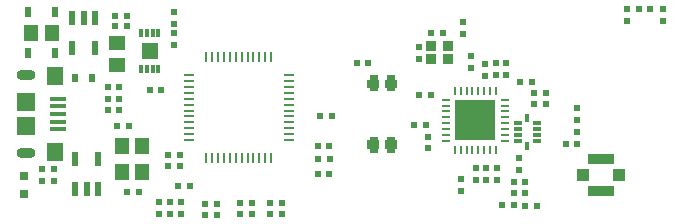
<source format=gtp>
G04 #@! TF.FileFunction,Paste,Top*
%FSLAX46Y46*%
G04 Gerber Fmt 4.6, Leading zero omitted, Abs format (unit mm)*
G04 Created by KiCad (PCBNEW 4.0.7+dfsg1-1) date Sun Jan 28 21:58:49 2018*
%MOMM*%
%LPD*%
G01*
G04 APERTURE LIST*
%ADD10C,0.100000*%
%ADD11R,0.600000X0.600000*%
%ADD12R,0.950000X0.850000*%
%ADD13R,0.800000X0.284600*%
%ADD14R,0.284600X0.800000*%
%ADD15R,3.450000X3.450000*%
%ADD16O,0.250000X1.000000*%
%ADD17O,1.000000X0.250000*%
%ADD18R,1.193800X1.397000*%
%ADD19R,0.550000X1.200000*%
%ADD20R,0.600000X0.800000*%
%ADD21R,0.630000X0.830000*%
%ADD22R,1.150000X1.450000*%
%ADD23R,1.450000X1.150000*%
%ADD24R,0.800000X0.300000*%
%ADD25R,0.300000X0.800000*%
%ADD26R,0.800000X0.800000*%
%ADD27R,2.200000X0.850000*%
%ADD28R,1.050000X1.000000*%
%ADD29R,0.800000X1.400000*%
%ADD30R,1.460000X1.360000*%
%ADD31R,0.300000X0.750000*%
%ADD32R,1.350000X0.400000*%
%ADD33R,1.550000X1.500000*%
%ADD34O,1.600000X0.900000*%
%ADD35R,1.400000X1.600000*%
G04 APERTURE END LIST*
D10*
G36*
X154010500Y-104087000D02*
X154010500Y-105387000D01*
X155310500Y-105387000D01*
X155310500Y-104087000D01*
X154010500Y-104087000D01*
G37*
G36*
X154010500Y-105687000D02*
X154010500Y-106987000D01*
X155310500Y-106987000D01*
X155310500Y-105687000D01*
X154010500Y-105687000D01*
G37*
G36*
X152410500Y-104087000D02*
X152410500Y-105387000D01*
X153710500Y-105387000D01*
X153710500Y-104087000D01*
X152410500Y-104087000D01*
G37*
G36*
X152410500Y-105687000D02*
X152410500Y-106987000D01*
X153710500Y-106987000D01*
X153710500Y-105687000D01*
X152410500Y-105687000D01*
G37*
G36*
X146211100Y-102083600D02*
X146211100Y-102783600D01*
X147211100Y-102783600D01*
X147211100Y-102083600D01*
X146211100Y-102083600D01*
G37*
G36*
X144711100Y-102083600D02*
X144711100Y-102783600D01*
X145711100Y-102783600D01*
X145711100Y-102083600D01*
X144711100Y-102083600D01*
G37*
G36*
X144711100Y-107223600D02*
X144711100Y-107923600D01*
X145711100Y-107923600D01*
X145711100Y-107223600D01*
X144711100Y-107223600D01*
G37*
G36*
X146211100Y-107223600D02*
X146211100Y-107923600D01*
X147211100Y-107923600D01*
X147211100Y-107223600D01*
X146211100Y-107223600D01*
G37*
D11*
X149821900Y-106916600D03*
X149821900Y-107916600D03*
X149663100Y-105941800D03*
X148663100Y-105941800D03*
X152615900Y-110498000D03*
X152615900Y-111498000D03*
X150118700Y-103378000D03*
X149118700Y-103378000D03*
X154774900Y-110583600D03*
X154774900Y-109583600D03*
X157627700Y-102311200D03*
X158627700Y-102311200D03*
X158846900Y-103225600D03*
X159846900Y-103225600D03*
X158846900Y-104165400D03*
X159846900Y-104165400D03*
X153911300Y-109558200D03*
X153911300Y-110558200D03*
X155689300Y-109558200D03*
X155689300Y-110558200D03*
X157594300Y-108720000D03*
X157594300Y-109720000D03*
X157111700Y-111726600D03*
X157111700Y-110726600D03*
X158026100Y-110726600D03*
X158026100Y-111726600D03*
X158059500Y-112750600D03*
X159059500Y-112750600D03*
X157103700Y-112725200D03*
X156103700Y-112725200D03*
D12*
X150112900Y-99221600D03*
X151562900Y-99221600D03*
X151562900Y-100371600D03*
X150112900Y-100371600D03*
D11*
X149085300Y-100347400D03*
X149085300Y-99347400D03*
X151083900Y-98171000D03*
X150083900Y-98171000D03*
D13*
X151385500Y-103787000D03*
X151385500Y-104287000D03*
X151385500Y-104787000D03*
X151385500Y-105287000D03*
X151385500Y-105787000D03*
X151385500Y-106287000D03*
X151385500Y-106787000D03*
X151385500Y-107287000D03*
D14*
X152110500Y-108012000D03*
X152610500Y-108012000D03*
X153110500Y-108012000D03*
X153610500Y-108012000D03*
X154110500Y-108012000D03*
X154610500Y-108012000D03*
X155110500Y-108012000D03*
X155610500Y-108012000D03*
D13*
X156335500Y-107287000D03*
X156335500Y-106787000D03*
X156335500Y-106287000D03*
X156335500Y-105787000D03*
X156335500Y-105287000D03*
X156335500Y-104787000D03*
X156335500Y-104287000D03*
X156335500Y-103787000D03*
D14*
X155610500Y-103062000D03*
X155110500Y-103062000D03*
X154610500Y-103062000D03*
X154110500Y-103062000D03*
X153610500Y-103062000D03*
X153110500Y-103062000D03*
X152610500Y-103062000D03*
X152110500Y-103062000D03*
D15*
X153860500Y-105537000D03*
D11*
X156476700Y-101719000D03*
X156476700Y-100719000D03*
X153479500Y-101109400D03*
X153479500Y-100109400D03*
X154698700Y-101744400D03*
X154698700Y-100744400D03*
X155613100Y-101719000D03*
X155613100Y-100719000D03*
X152844500Y-98213800D03*
X152844500Y-97213800D03*
D16*
X131073894Y-108708853D03*
X131573894Y-108708853D03*
X132073894Y-108708853D03*
X132573894Y-108708853D03*
X133073894Y-108708853D03*
X133573894Y-108708853D03*
X134073894Y-108708853D03*
X134573894Y-108708853D03*
X135073894Y-108708853D03*
X135573894Y-108708853D03*
X136073894Y-108708853D03*
X136573894Y-108708853D03*
D17*
X138073894Y-107208853D03*
X138073894Y-106708853D03*
X138073894Y-106208853D03*
X138073894Y-105708853D03*
X138073894Y-105208853D03*
X138073894Y-104708853D03*
X138073894Y-104208853D03*
X138073894Y-103708853D03*
X138073894Y-103208853D03*
X138073894Y-102708853D03*
X138073894Y-102208853D03*
X138073894Y-101708853D03*
D16*
X136573894Y-100208853D03*
X136073894Y-100208853D03*
X135573894Y-100208853D03*
X135073894Y-100208853D03*
X134573894Y-100208853D03*
X134073894Y-100208853D03*
X133573894Y-100208853D03*
X133073894Y-100208853D03*
X132573894Y-100208853D03*
X132073894Y-100208853D03*
X131573894Y-100208853D03*
X131073894Y-100208853D03*
D17*
X129573894Y-101708853D03*
X129573894Y-102208853D03*
X129573894Y-102708853D03*
X129573894Y-103208853D03*
X129573894Y-103708853D03*
X129573894Y-104208853D03*
X129573894Y-104708853D03*
X129573894Y-105208853D03*
X129573894Y-105708853D03*
X129573894Y-106208853D03*
X129573894Y-106708853D03*
X129573894Y-107208853D03*
D11*
X128816100Y-108440600D03*
X128816100Y-109440600D03*
X127284100Y-102971600D03*
X126284100Y-102971600D03*
X140714047Y-105138441D03*
X141714047Y-105138441D03*
X136436100Y-112504600D03*
X136436100Y-113504600D03*
X134912100Y-113504600D03*
X134912100Y-112504600D03*
X127818288Y-108440600D03*
X127818288Y-109440600D03*
X128697100Y-111099600D03*
X129697100Y-111099600D03*
X137452100Y-112504600D03*
X137452100Y-113504600D03*
X133896100Y-112504600D03*
X133896100Y-113504600D03*
X141511469Y-108816425D03*
X140511469Y-108816425D03*
X123499806Y-106055478D03*
X124499806Y-106055478D03*
X124377247Y-111563725D03*
X125377247Y-111563725D03*
X122728100Y-103733600D03*
X123728100Y-103733600D03*
X122728100Y-104622600D03*
X123728100Y-104622600D03*
D18*
X123935859Y-109881228D03*
X123935859Y-107671428D03*
X125637659Y-107671428D03*
X125637659Y-109881228D03*
D19*
X121638100Y-96845500D03*
X120688100Y-96845500D03*
X119738100Y-96845500D03*
X119738100Y-99445700D03*
X121638100Y-99445700D03*
D20*
X121428100Y-101955600D03*
X119948100Y-101955600D03*
D21*
X115982100Y-99796600D03*
X118282100Y-99796600D03*
D22*
X116232100Y-98145600D03*
X118032100Y-98145600D03*
D23*
X123482100Y-100823600D03*
X123482100Y-99023600D03*
D11*
X141508100Y-110083600D03*
X140508100Y-110083600D03*
X144810100Y-100685600D03*
X143810100Y-100685600D03*
X141508100Y-107670600D03*
X140508100Y-107670600D03*
X123337700Y-96689616D03*
X124337700Y-96689616D03*
X123337700Y-97573509D03*
X124337700Y-97573509D03*
X128895513Y-113454097D03*
X128895513Y-112454097D03*
X123728100Y-102717600D03*
X122728100Y-102717600D03*
D24*
X157454700Y-106303000D03*
X157454700Y-106803000D03*
X157454700Y-107303000D03*
X159054700Y-107303000D03*
X159054700Y-106803000D03*
X159054700Y-106303000D03*
D25*
X158254700Y-107753000D03*
D24*
X157454700Y-105803000D03*
X159054700Y-105803000D03*
D25*
X158254700Y-105353000D03*
D26*
X115653300Y-111738200D03*
X115653300Y-110238200D03*
D11*
X117194300Y-110713800D03*
X118194300Y-110713800D03*
D19*
X119992100Y-111383700D03*
X120942100Y-111383700D03*
X121892100Y-111383700D03*
X121892100Y-108783500D03*
X119992100Y-108783500D03*
D11*
X118187700Y-109700800D03*
X117187700Y-109700800D03*
X131983100Y-113563400D03*
X130983100Y-113563400D03*
X130983100Y-112623600D03*
X131983100Y-112623600D03*
X166662100Y-97121600D03*
X166662100Y-96121600D03*
D27*
X164517100Y-111523600D03*
X164517100Y-108773600D03*
D28*
X162992100Y-110148600D03*
X166042100Y-110148600D03*
D11*
X162496500Y-106518600D03*
X162496500Y-107518600D03*
X162496500Y-106533600D03*
X162496500Y-105533600D03*
X169710100Y-96121600D03*
X169710100Y-97121600D03*
X167686100Y-96113600D03*
X168686100Y-96113600D03*
D29*
X146686100Y-107603600D03*
X145236100Y-107603600D03*
X145236100Y-102403600D03*
X146686100Y-102403600D03*
D11*
X161494188Y-107518175D03*
X162494188Y-107518175D03*
X162499472Y-104518353D03*
X162499472Y-105518353D03*
X127992303Y-112461037D03*
X127992303Y-113461037D03*
X127061516Y-112469903D03*
X127061516Y-113469903D03*
D30*
X126276100Y-99669600D03*
D31*
X126026100Y-98169600D03*
X126526100Y-98169600D03*
X127026100Y-98169600D03*
X125526100Y-98169600D03*
X125526100Y-101169600D03*
X126026100Y-101169600D03*
X126526100Y-101169600D03*
X127026100Y-101169600D03*
D32*
X118488100Y-103703600D03*
X118488100Y-106303600D03*
X118488100Y-104353600D03*
X118488100Y-105003600D03*
X118488100Y-105653600D03*
D33*
X115788100Y-104003600D03*
X115798100Y-106003600D03*
D34*
X115788100Y-101703600D03*
X115798100Y-108303600D03*
D35*
X118288100Y-101803600D03*
X118288100Y-108203600D03*
D11*
X128308100Y-98153600D03*
X128308100Y-99153600D03*
X128308100Y-96375600D03*
X128308100Y-97375600D03*
D21*
X118282100Y-96367600D03*
X115982100Y-96367600D03*
M02*

</source>
